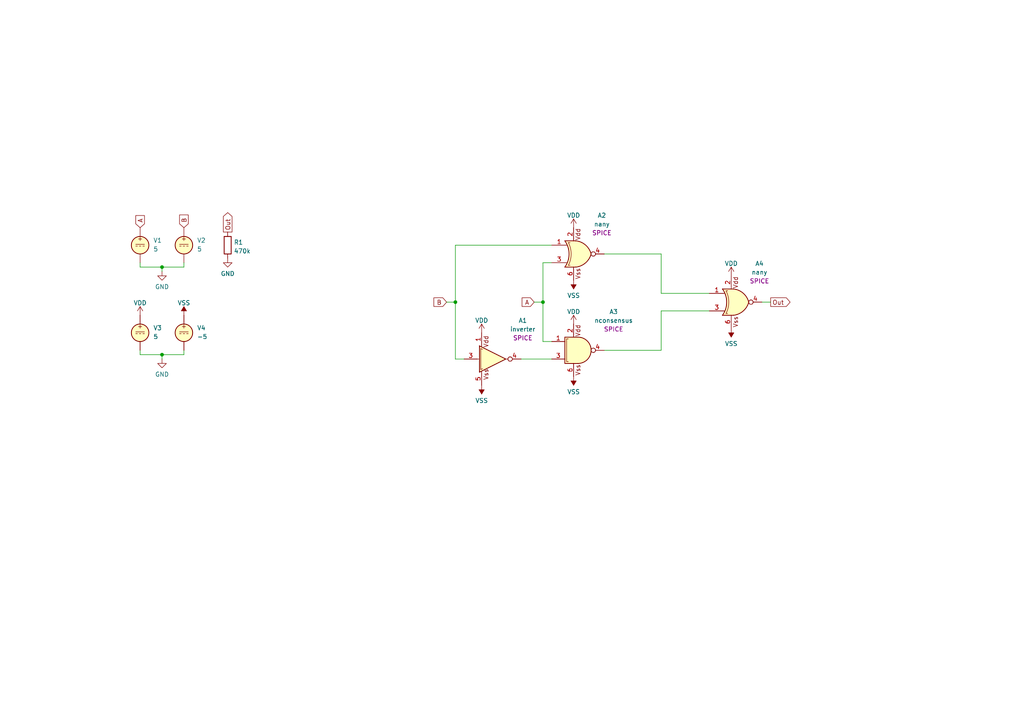
<source format=kicad_sch>
(kicad_sch (version 20250114) (generator "eeschema") (generator_version "9.0")
  (paper "A4")
  (lib_symbols
    (symbol "Device:R" (pin_numbers (hide yes)) (pin_names (offset 0))
      (property "Reference" "R" (at 2.032 0 90))
      (property "Value" "R" (at 0 0 90))
      (symbol "R_0_1"
        (rectangle (start -1.016 -2.54) (end 1.016 2.54) (stroke (width 0.254)))
      )
      (symbol "R_1_1"
        (pin passive line (at 0 3.81 270) (length 1.27) (name "~") (number "1"))
        (pin passive line (at 0 -3.81 90) (length 1.27) (name "~") (number "2"))
      )
    )
    (symbol "Simulation_SPICE:VDC" (pin_numbers (hide yes)) (pin_names (offset 0.0254))
      (property "Reference" "V" (at 2.54 2.54 0))
      (property "Value" "1" (at 2.54 0 0))
      (symbol "VDC_0_0"
        (polyline (pts (xy -1.27 0.254) (xy 1.27 0.254)))
        (polyline (pts (xy -0.762 -0.254) (xy -1.27 -0.254)))
        (polyline (pts (xy 0.254 -0.254) (xy -0.254 -0.254)))
        (polyline (pts (xy 1.27 -0.254) (xy 0.762 -0.254)))
        (text "+" (at 0 1.905 0) (effects (font (size 1.27 1.27))))
      )
      (symbol "VDC_0_1"
        (circle (center 0 0) (radius 2.54) (stroke (width 0.254)) (fill (type background)))
      )
      (symbol "VDC_1_1"
        (pin passive line (at 0 5.08 270) (length 2.54) (name "~") (number "1"))
        (pin passive line (at 0 -5.08 90) (length 2.54) (name "~") (number "2"))
      )
    )
    (symbol "TernaryLogic:inverter" (pin_names (offset 1.016))
      (property "Reference" "A" (at -0.635 1.27 0))
      (property "Value" "inverter" (at -0.635 -0.635 0))
      (property "Spice_Primitive" "X" (at -0.635 1.27 0))
      (property "Spice_Model" "Inverter" (at -0.635 1.27 0))
      (property "Spice_Netlist_Enabled" "Y" (at -0.635 1.27 0))
      (symbol "inverter_0_0"
        (polyline (pts (xy -3.81 0) (xy -3.302 0)))
        (polyline (pts (xy -2.54 3.81) (xy -2.54 3.556)))
        (polyline (pts (xy -2.54 -3.81) (xy -2.54 -3.556)))
        (polyline (pts (xy 5.08 0) (xy 4.318 0)))
        (text "Vdd" (at -1.27 5.08 900) (effects (font (size 1.27 1.27))))
        (text "Vss" (at -1.27 -4.445 900) (effects (font (size 1.27 1.27))))
      )
      (symbol "inverter_0_1"
        (polyline (pts (xy -2.794 3.048) (xy -2.286 2.794)) (stroke (width 0.1524)))
        (polyline (pts (xy -2.794 3.048) (xy -2.794 -3.048) (xy -2.286 -2.794)) (stroke (width 0.1524)))
      )
      (symbol "inverter_1_1"
        (polyline (pts (xy -3.175 3.81) (xy -3.175 -3.81) (xy 4.445 0) (xy -3.175 3.81)) (stroke (width 0.254)) (fill (type background)))
        (pin input line (at -7.62 0 0) (length 3.81) (name "~") (number "3"))
        (pin power_in line (at -2.54 7.62 270) (length 3.81) (name "~") (number "1"))
        (pin power_in line (at -2.54 -7.62 90) (length 3.81) (name "~") (number "5"))
        (pin output inverted (at 8.89 0 180) (length 3.81) (name "~") (number "4"))
      )
    )
    (symbol "TernaryLogic:nany" (pin_names (offset 1.016))
      (property "Reference" "A" (at 0 1.27 0))
      (property "Value" "nany" (at 0 -1.27 0))
      (property "Spice_Primitive" "X" (at 0 1.27 0))
      (property "Spice_Model" "NAny" (at 0 1.27 0))
      (property "Spice_Netlist_Enabled" "Y" (at 0 1.27 0))
      (symbol "nany_0_0"
        (text "Vdd" (at 0 5.715 900) (effects (font (size 1.27 1.27))))
        (text "Vss" (at 0 -5.715 900) (effects (font (size 1.27 1.27))))
      )
      (symbol "nany_0_1"
        (arc (start -2.794 3.302) (mid -1.9868 0) (end -2.794 -3.302))
        (polyline (pts (xy -2.794 3.302) (xy -2.286 3.302)))
        (polyline (pts (xy -2.794 -3.302) (xy -2.286 -3.302)))
      )
      (symbol "nany_1_1"
        (arc (start -3.81 3.81) (mid -2.589 0) (end -3.81 -3.81) (stroke (width 0.254)))
        (polyline (pts (xy -3.81 3.81) (xy -0.635 3.81)) (stroke (width 0.254)) (fill (type background)))
        (polyline (pts (xy -3.81 -3.81) (xy -0.635 -3.81)) (stroke (width 0.254)) (fill (type background)))
        (arc (start 3.81 0) (mid 2.1855 -2.584) (end -0.6096 -3.81) (stroke (width 0.254)) (fill (type background)))
        (arc (start -0.6096 3.81) (mid 2.1928 2.5924) (end 3.81 0) (stroke (width 0.254)) (fill (type background)))
        (polyline (pts (xy -0.635 3.81) (xy -3.81 3.81) (xy -3.81 3.81) (xy -3.556 3.4036) (xy -3.0226 2.2606) (xy -2.6924 1.0414) (xy -2.6162 -0.254) (xy -2.7686 -1.4986) (xy -3.175 -2.7178) (xy -3.81 -3.81) (xy -3.81 -3.81) (xy -0.635 -3.81)) (stroke (width -25.4)) (fill (type background)))
        (pin input line (at -7.62 2.54 0) (length 4.318) (name "~") (number "1"))
        (pin input line (at -7.62 -2.54 0) (length 4.318) (name "~") (number "3"))
        (pin power_in line (at -1.27 7.62 270) (length 3.81) (name "~") (number "2"))
        (pin power_in line (at -1.27 -7.62 90) (length 3.81) (name "~") (number "6"))
        (pin output inverted (at 7.62 0 180) (length 3.81) (name "~") (number "4"))
      )
    )
    (symbol "TernaryLogic:nconsensus" (pin_names (offset 1.016))
      (property "Reference" "A" (at 0 1.27 0))
      (property "Value" "nconsensus" (at 0 -1.27 0))
      (property "Spice_Primitive" "X" (at 0 1.27 0))
      (property "Spice_Model" "NConsensus" (at 0 1.27 0))
      (property "Spice_Netlist_Enabled" "Y" (at 0 1.27 0))
      (symbol "nconsensus_0_0"
        (text "Vdd" (at 0 5.715 900) (effects (font (size 1.27 1.27))))
        (text "Vss" (at 0 -5.715 900) (effects (font (size 1.27 1.27))))
      )
      (symbol "nconsensus_0_1"
        (polyline (pts (xy -3.302 3.302) (xy -2.794 3.302)))
        (polyline (pts (xy -3.302 3.302) (xy -3.302 -3.302) (xy -3.048 -3.302) (xy -2.794 -3.302)))
      )
      (symbol "nconsensus_1_1"
        (arc (start 0 3.81) (mid 3.7934 0) (end 0 -3.81) (stroke (width 0.254)) (fill (type background)))
        (polyline (pts (xy 0 3.81) (xy -3.81 3.81) (xy -3.81 -3.81) (xy 0 -3.81)) (stroke (width 0.254)) (fill (type background)))
        (pin input line (at -7.62 2.54 0) (length 3.81) (name "~") (number "1"))
        (pin input line (at -7.62 -2.54 0) (length 3.81) (name "~") (number "3"))
        (pin power_in line (at -1.27 7.62 270) (length 3.81) (name "~") (number "2"))
        (pin power_in line (at -1.27 -7.62 90) (length 3.81) (name "~") (number "6"))
        (pin output inverted (at 7.62 0 180) (length 3.81) (name "~") (number "4"))
      )
    )
    (symbol "power:GND" (power) (pin_names (offset 0))
      (property "Value" "GND" (at 0 -3.81 0))
      (symbol "GND_0_1"
        (polyline (pts (xy 0 0) (xy 0 -1.27) (xy 1.27 -1.27) (xy 0 -2.54) (xy -1.27 -1.27) (xy 0 -1.27)))
      )
      (symbol "GND_1_1"
        (pin power_in line (at 0 0 270) (length 0) (hide yes) (name "GND") (number "1"))
      )
    )
    (symbol "power:VDD" (power) (pin_names (offset 0))
      (property "Value" "VDD" (at 0 3.81 0))
      (symbol "VDD_0_1"
        (polyline (pts (xy -0.762 1.27) (xy 0 2.54)))
        (polyline (pts (xy 0 2.54) (xy 0.762 1.27)))
        (polyline (pts (xy 0 0) (xy 0 2.54)))
      )
      (symbol "VDD_1_1"
        (pin power_in line (at 0 0 90) (length 0) (hide yes) (name "VDD") (number "1"))
      )
    )
    (symbol "power:VSS" (power) (pin_names (offset 0))
      (property "Value" "VSS" (at 0 3.81 0))
      (symbol "VSS_0_1"
        (polyline (pts (xy 0 0) (xy 0 2.54)))
        (polyline (pts (xy 0.762 1.27) (xy -0.762 1.27) (xy 0 2.54) (xy 0.762 1.27)) (fill (type outline)))
      )
      (symbol "VSS_1_1"
        (pin power_in line (at 0 0 90) (length 0) (hide yes) (name "VSS") (number "1"))
      )
    )
  )
  (junction (at 46.99 102.87))
  (junction (at 132.08 87.63))
  (junction (at 46.99 77.47))
  (junction (at 157.48 87.63))
  (wire (pts (xy 40.64 76.2) (xy 40.64 77.47)))
  (wire (pts (xy 191.77 90.17) (xy 191.77 101.6)))
  (wire (pts (xy 46.99 102.87) (xy 46.99 104.14)))
  (wire (pts (xy 40.64 77.47) (xy 46.99 77.47)))
  (wire (pts (xy 154.94 87.63) (xy 157.48 87.63)))
  (wire (pts (xy 160.02 99.06) (xy 157.48 99.06)))
  (wire (pts (xy 160.02 76.2) (xy 157.48 76.2)))
  (wire (pts (xy 129.54 87.63) (xy 132.08 87.63)))
  (wire (pts (xy 157.48 76.2) (xy 157.48 87.63)))
  (wire (pts (xy 53.34 77.47) (xy 53.34 76.2)))
  (wire (pts (xy 160.02 71.12) (xy 132.08 71.12)))
  (wire (pts (xy 191.77 85.09) (xy 205.74 85.09)))
  (wire (pts (xy 132.08 71.12) (xy 132.08 87.63)))
  (wire (pts (xy 151.13 104.14) (xy 160.02 104.14)))
  (wire (pts (xy 46.99 77.47) (xy 53.34 77.47)))
  (wire (pts (xy 46.99 77.47) (xy 46.99 78.74)))
  (wire (pts (xy 40.64 101.6) (xy 40.64 102.87)))
  (wire (pts (xy 191.77 101.6) (xy 175.26 101.6)))
  (wire (pts (xy 220.98 87.63) (xy 223.52 87.63)))
  (wire (pts (xy 132.08 87.63) (xy 132.08 104.14)))
  (wire (pts (xy 53.34 102.87) (xy 53.34 101.6)))
  (wire (pts (xy 132.08 104.14) (xy 134.62 104.14)))
  (wire (pts (xy 205.74 90.17) (xy 191.77 90.17)))
  (wire (pts (xy 175.26 73.66) (xy 191.77 73.66)))
  (wire (pts (xy 191.77 73.66) (xy 191.77 85.09)))
  (wire (pts (xy 157.48 87.63) (xy 157.48 99.06)))
  (wire (pts (xy 40.64 102.87) (xy 46.99 102.87)))
  (wire (pts (xy 46.99 102.87) (xy 53.34 102.87)))
  (global_label "B" (shape input) (at 53.34 66.04 90) (property "Intersheetrefs" "${INTERSHEET_REFS}" (effects (hide yes))))
  (global_label "A" (shape input) (at 154.94 87.63 180) (property "Intersheetrefs" "${INTERSHEET_REFS}" (effects (hide yes))))
  (global_label "B" (shape input) (at 129.54 87.63 180) (property "Intersheetrefs" "${INTERSHEET_REFS}" (effects (hide yes))))
  (global_label "Out" (shape output) (at 223.52 87.63 0) (property "Intersheetrefs" "${INTERSHEET_REFS}" (effects (hide yes))))
  (global_label "Out" (shape output) (at 66.04 67.31 90) (property "Intersheetrefs" "${INTERSHEET_REFS}" (effects (hide yes))))
  (global_label "A" (shape input) (at 40.64 66.04 90) (property "Intersheetrefs" "${INTERSHEET_REFS}" (effects (hide yes))))
  (symbol (lib_id "power:GND") (at 46.99 78.74 0) (unit 1)
    (property "Reference" "#PWR02" (effects (hide yes)))
    (property "Value" "GND" (at 46.99 83.1834 0))
  )
  (symbol (lib_id "power:VSS") (at 212.09 95.25 180) (unit 1)
    (property "Reference" "#PWR012" (effects (hide yes)))
    (property "Value" "VSS" (at 212.09 99.6934 0))
  )
  (symbol (lib_id "power:GND") (at 66.04 74.93 0) (unit 1)
    (property "Reference" "#PWR013" (effects (hide yes)))
    (property "Value" "GND" (at 66.04 79.3734 0))
  )
  (symbol (lib_id "power:VSS") (at 53.34 91.44 0) (unit 1)
    (property "Reference" "#PWR04" (effects (hide yes)))
    (property "Value" "VSS" (at 53.34 87.8642 0))
  )
  (symbol (lib_id "power:VDD") (at 212.09 80.01 0) (unit 1)
    (property "Reference" "#PWR011" (effects (hide yes)))
    (property "Value" "VDD" (at 212.09 76.4342 0))
  )
  (symbol (lib_id "Simulation_SPICE:VDC") (at 53.34 71.12 0) (unit 1)
    (property "Reference" "V2" (at 57.15 69.7201 0) (effects (justify left)))
    (property "Value" "5" (at 57.15 72.2601 0) (effects (justify left)))
    (property "Datasheet" "https://ngspice.sourceforge.io/docs/ngspice-html-manual/manual.xhtml#sec_Independent_Sources_for" (effects (hide yes)))
    (property "Description" "Voltage source, DC" (effects (hide yes)))
    (property "Sim.Pins" "1=+ 2=-" (effects (hide yes)))
    (property "Sim.Type" "DC" (effects (hide yes)))
    (property "Sim.Device" "V" (effects (hide yes)))
  )
  (symbol (lib_id "power:VSS") (at 139.7 111.76 180) (unit 1)
    (property "Reference" "#PWR06" (effects (hide yes)))
    (property "Value" "VSS" (at 139.7 116.2034 0))
  )
  (symbol (lib_id "power:VDD") (at 139.7 96.52 0) (unit 1)
    (property "Reference" "#PWR05" (effects (hide yes)))
    (property "Value" "VDD" (at 139.7 92.9442 0))
  )
  (symbol (lib_id "Simulation_SPICE:VDC") (at 53.34 96.52 0) (unit 1)
    (property "Reference" "V4" (at 57.15 95.1201 0) (effects (justify left)))
    (property "Value" "-5" (at 57.15 97.6601 0) (effects (justify left)))
    (property "Datasheet" "https://ngspice.sourceforge.io/docs/ngspice-html-manual/manual.xhtml#sec_Independent_Sources_for" (effects (hide yes)))
    (property "Description" "Voltage source, DC" (effects (hide yes)))
    (property "Sim.Pins" "1=+ 2=-" (effects (hide yes)))
    (property "Sim.Type" "DC" (effects (hide yes)))
    (property "Sim.Device" "V" (effects (hide yes)))
  )
  (symbol (lib_id "TernaryLogic:inverter") (at 142.24 104.14 0) (unit 1)
    (property "Reference" "A1" (at 151.6327 92.9566 0))
    (property "Value" "inverter" (at 151.6327 95.4935 0))
    (property "Footprint" "Ternary_Rev_1:inverter" (effects (hide yes)))
    (property "Sim.Device" "SPICE" (at 151.6327 98.0304 0))
    (property "Sim.Params" "type=\"X\" model=\"Inverter\" lib=\"${TRITIUM_LIB}/TritiumSpice.lib\"" (effects (hide yes)))
    (property "Sim.Pins" "1=1 3=2 4=3 5=4" (effects (hide yes)))
  )
  (symbol (lib_id "power:VDD") (at 166.37 93.98 0) (unit 1)
    (property "Reference" "#PWR09" (effects (hide yes)))
    (property "Value" "VDD" (at 166.37 90.4042 0))
  )
  (symbol (lib_id "TernaryLogic:nany") (at 213.36 87.63 0) (unit 1)
    (property "Reference" "A4" (at 220.2792 76.4466 0))
    (property "Value" "nany" (at 220.2792 78.9835 0))
    (property "Footprint" "Ternary_Rev_1:nany" (effects (hide yes)))
    (property "Sim.Device" "SPICE" (at 220.2792 81.5204 0))
    (property "Sim.Params" "type=\"X\" model=\"NAny\" lib=\"${TRITIUM_LIB}/TritiumSpice.lib\"" (effects (hide yes)))
    (property "Sim.Pins" "1=1 2=2 3=3 4=4 6=5" (effects (hide yes)))
  )
  (symbol (lib_id "power:VDD") (at 166.37 66.04 0) (unit 1)
    (property "Reference" "#PWR07" (effects (hide yes)))
    (property "Value" "VDD" (at 166.37 62.4642 0))
  )
  (symbol (lib_id "Device:R") (at 66.04 71.12 0) (unit 1)
    (property "Reference" "R1" (at 67.818 70.2853 0) (effects (justify left)))
    (property "Value" "470k" (at 67.818 72.8222 0) (effects (justify left)))
  )
  (symbol (lib_id "power:GND") (at 46.99 104.14 0) (unit 1)
    (property "Reference" "#PWR03" (effects (hide yes)))
    (property "Value" "GND" (at 46.99 108.5834 0))
  )
  (symbol (lib_id "power:VDD") (at 40.64 91.44 0) (unit 1)
    (property "Reference" "#PWR01" (effects (hide yes)))
    (property "Value" "VDD" (at 40.64 87.8642 0))
  )
  (symbol (lib_id "Simulation_SPICE:VDC") (at 40.64 96.52 0) (unit 1)
    (property "Reference" "V3" (at 44.45 95.1201 0) (effects (justify left)))
    (property "Value" "5" (at 44.45 97.6601 0) (effects (justify left)))
    (property "Datasheet" "https://ngspice.sourceforge.io/docs/ngspice-html-manual/manual.xhtml#sec_Independent_Sources_for" (effects (hide yes)))
    (property "Description" "Voltage source, DC" (effects (hide yes)))
    (property "Sim.Pins" "1=+ 2=-" (effects (hide yes)))
    (property "Sim.Type" "DC" (effects (hide yes)))
    (property "Sim.Device" "V" (effects (hide yes)))
  )
  (symbol (lib_id "TernaryLogic:nconsensus") (at 167.64 101.6 0) (unit 1)
    (property "Reference" "A3" (at 177.9761 90.4166 0))
    (property "Value" "nconsensus" (at 177.9761 92.9535 0))
    (property "Footprint" "Ternary_Rev_1:nconsensus" (effects (hide yes)))
    (property "Sim.Device" "SPICE" (at 177.9761 95.4904 0))
    (property "Sim.Params" "type=\"X\" model=\"NConsensus\" lib=\"${TRITIUM_LIB}/TritiumSpice.lib\"" (effects (hide yes)))
    (property "Sim.Pins" "1=1 2=2 3=3 4=4 6=5" (effects (hide yes)))
  )
  (symbol (lib_id "power:VSS") (at 166.37 109.22 180) (unit 1)
    (property "Reference" "#PWR010" (effects (hide yes)))
    (property "Value" "VSS" (at 166.37 113.6634 0))
  )
  (symbol (lib_id "power:VSS") (at 166.37 81.28 180) (unit 1)
    (property "Reference" "#PWR08" (effects (hide yes)))
    (property "Value" "VSS" (at 166.37 85.7234 0))
  )
  (symbol (lib_id "Simulation_SPICE:VDC") (at 40.64 71.12 0) (unit 1)
    (property "Reference" "V1" (at 44.45 69.7201 0) (effects (justify left)))
    (property "Value" "5" (at 44.45 72.2601 0) (effects (justify left)))
    (property "Datasheet" "https://ngspice.sourceforge.io/docs/ngspice-html-manual/manual.xhtml#sec_Independent_Sources_for" (effects (hide yes)))
    (property "Description" "Voltage source, DC" (effects (hide yes)))
    (property "Sim.Pins" "1=+ 2=-" (effects (hide yes)))
    (property "Sim.Type" "DC" (effects (hide yes)))
    (property "Sim.Device" "V" (effects (hide yes)))
  )
  (symbol (lib_id "TernaryLogic:nany") (at 167.64 73.66 0) (unit 1)
    (property "Reference" "A2" (at 174.5592 62.4766 0))
    (property "Value" "nany" (at 174.5592 65.0135 0))
    (property "Footprint" "Ternary_Rev_1:nany" (effects (hide yes)))
    (property "Sim.Device" "SPICE" (at 174.5592 67.5504 0))
    (property "Sim.Params" "type=\"X\" model=\"NAny\" lib=\"${TRITIUM_LIB}/TritiumSpice.lib\"" (effects (hide yes)))
    (property "Sim.Pins" "1=1 2=2 3=3 4=4 6=5" (effects (hide yes)))
  )
)
</source>
